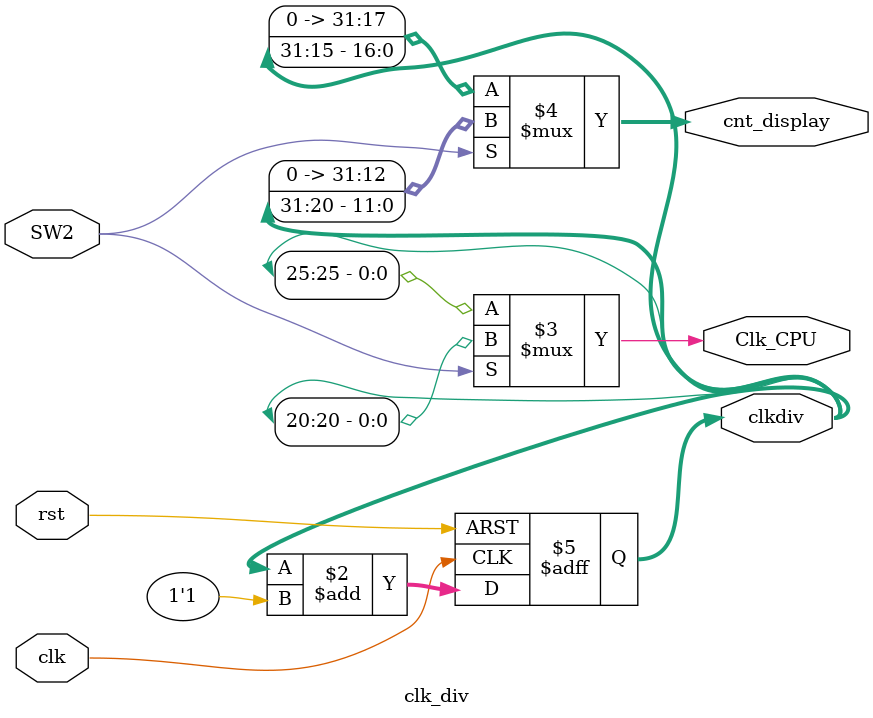
<source format=v>
`timescale 1ns / 1ps
module clk_div(input clk,
					input rst,
					input SW2,
					output reg[31:0]clkdiv,
                    output wire [31:0] cnt_display,
					output Clk_CPU
					);
					
// Clock divider-Ê±ÖÓ·ÖÆµÆ÷


	always @ (posedge clk or posedge rst) begin 
		if (rst) clkdiv <= 0; else clkdiv <= clkdiv + 1'b1; end
		
	assign Clk_CPU=(SW2)? clkdiv[20] : clkdiv[25];
    assign cnt_display=(SW2) ? {20'b0,clkdiv[31:20]} : {15'b0,clkdiv[31:15]};
		
endmodule

</source>
